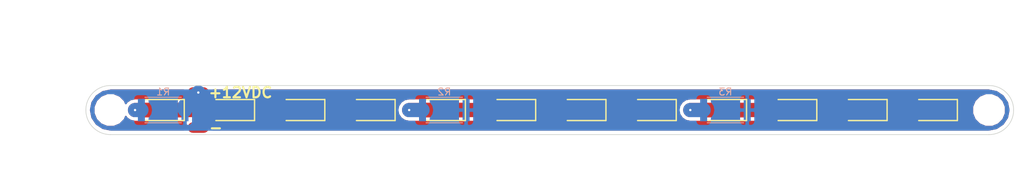
<source format=kicad_pcb>
(kicad_pcb (version 4) (host pcbnew 4.0.6)

  (general
    (links 18)
    (no_connects 0)
    (area 77.269999 111.699999 209.370001 118.800001)
    (thickness 1.6)
    (drawings 14)
    (tracks 21)
    (zones 0)
    (modules 19)
    (nets 15)
  )

  (page USLetter)
  (layers
    (0 F.Cu signal)
    (31 B.Cu signal)
    (34 B.Paste user)
    (35 F.Paste user)
    (36 B.SilkS user)
    (37 F.SilkS user)
    (38 B.Mask user)
    (39 F.Mask user)
    (40 Dwgs.User user)
    (44 Edge.Cuts user)
    (46 B.CrtYd user)
  )

  (setup
    (last_trace_width 2.032)
    (user_trace_width 0.2032)
    (user_trace_width 0.254)
    (user_trace_width 0.3048)
    (user_trace_width 0.4064)
    (user_trace_width 0.6096)
    (user_trace_width 2.032)
    (trace_clearance 0.1524)
    (zone_clearance 0.508)
    (zone_45_only no)
    (trace_min 0.1524)
    (segment_width 0.254)
    (edge_width 0.1)
    (via_size 0.6858)
    (via_drill 0.3302)
    (via_min_size 0.6858)
    (via_min_drill 0.3302)
    (user_via 1 0.5)
    (uvia_size 0.762)
    (uvia_drill 0.508)
    (uvias_allowed no)
    (uvia_min_size 0.508)
    (uvia_min_drill 0.127)
    (pcb_text_width 0.3)
    (pcb_text_size 1.5 1.5)
    (mod_edge_width 0.15)
    (mod_text_size 1 1)
    (mod_text_width 0.15)
    (pad_size 1.6 1.6)
    (pad_drill 0)
    (pad_to_mask_clearance 0)
    (aux_axis_origin 0 0)
    (grid_origin 210.82 95.25)
    (visible_elements 7FFEFFFF)
    (pcbplotparams
      (layerselection 0x010f0_80000000)
      (usegerberextensions true)
      (excludeedgelayer true)
      (linewidth 0.100000)
      (plotframeref false)
      (viasonmask false)
      (mode 1)
      (useauxorigin false)
      (hpglpennumber 1)
      (hpglpenspeed 20)
      (hpglpendiameter 15)
      (hpglpenoverlay 2)
      (psnegative false)
      (psa4output false)
      (plotreference true)
      (plotvalue true)
      (plotinvisibletext false)
      (padsonsilk false)
      (subtractmaskfromsilk false)
      (outputformat 1)
      (mirror false)
      (drillshape 0)
      (scaleselection 1)
      (outputdirectory gerbers/))
  )

  (net 0 "")
  (net 1 GND)
  (net 2 +BATT)
  (net 3 "Net-(D5-Pad2)")
  (net 4 "Net-(D1-Pad2)")
  (net 5 "Net-(D1-Pad1)")
  (net 6 "Net-(D2-Pad1)")
  (net 7 "Net-(D3-Pad1)")
  (net 8 "Net-(D5-Pad1)")
  (net 9 "Net-(D6-Pad1)")
  (net 10 "Net-(D7-Pad1)")
  (net 11 "Net-(D9-Pad2)")
  (net 12 "Net-(D10-Pad2)")
  (net 13 "Net-(D10-Pad1)")
  (net 14 "Net-(D11-Pad1)")

  (net_class Default "This is the default net class."
    (clearance 0.1524)
    (trace_width 0.1524)
    (via_dia 0.6858)
    (via_drill 0.3302)
    (uvia_dia 0.762)
    (uvia_drill 0.508)
    (add_net +BATT)
    (add_net GND)
    (add_net "Net-(D1-Pad1)")
    (add_net "Net-(D1-Pad2)")
    (add_net "Net-(D10-Pad1)")
    (add_net "Net-(D10-Pad2)")
    (add_net "Net-(D11-Pad1)")
    (add_net "Net-(D2-Pad1)")
    (add_net "Net-(D3-Pad1)")
    (add_net "Net-(D5-Pad1)")
    (add_net "Net-(D5-Pad2)")
    (add_net "Net-(D6-Pad1)")
    (add_net "Net-(D7-Pad1)")
    (add_net "Net-(D9-Pad2)")
  )

  (module Wire_Pads:SolderWirePad_single_2mmDrill (layer F.Cu) (tedit 5C8C2F0F) (tstamp 5C8C2F09)
    (at 93.32 112.75 90)
    (path /5C8C5369)
    (fp_text reference P1 (at 0 -3.81 90) (layer F.SilkS) hide
      (effects (font (size 1 1) (thickness 0.15)))
    )
    (fp_text value CONN_01X01 (at -0.635 3.81 90) (layer F.Fab)
      (effects (font (size 1 1) (thickness 0.15)))
    )
    (pad 1 smd oval (at 0 0 90) (size 1.5 3) (layers F.Cu F.Paste F.Mask)
      (net 2 +BATT))
  )

  (module Wire_Pads:SolderWirePad_single_2mmDrill (layer F.Cu) (tedit 5C8C2EF2) (tstamp 5C8C2EB7)
    (at 93.32 117.75 90)
    (path /5C8C56A2)
    (fp_text reference P2 (at 0 -3.81 90) (layer F.SilkS) hide
      (effects (font (size 1 1) (thickness 0.15)))
    )
    (fp_text value CONN_01X01 (at -0.635 3.81 90) (layer F.Fab)
      (effects (font (size 1 1) (thickness 0.15)))
    )
    (pad 1 smd oval (at 0 0 90) (size 1.5 3) (layers F.Cu F.Paste F.Mask)
      (net 1 GND))
  )

  (module Wire_Pads:SolderWirePad_single_2mmDrill (layer F.Cu) (tedit 5C8C2F77) (tstamp 5C8C28F7)
    (at 80.82 115.25)
    (fp_text reference REF** (at 0 -3.81) (layer F.SilkS) hide
      (effects (font (size 1 1) (thickness 0.15)))
    )
    (fp_text value SolderWirePad_single_2mmDrill (at -0.635 3.81) (layer F.Fab)
      (effects (font (size 1 1) (thickness 0.15)))
    )
    (pad "" np_thru_hole circle (at 0 0) (size 3.5 3.5) (drill 3.5) (layers *.Cu *.Mask))
  )

  (module Wire_Pads:SolderWirePad_single_2mmDrill (layer F.Cu) (tedit 5C8C2F6A) (tstamp 5C8C289A)
    (at 205.82 115.25)
    (fp_text reference REF** (at 0 -3.81) (layer F.SilkS) hide
      (effects (font (size 1 1) (thickness 0.15)))
    )
    (fp_text value SolderWirePad_single_2mmDrill (at -0.635 3.81) (layer F.Fab)
      (effects (font (size 1 1) (thickness 0.15)))
    )
    (pad "" np_thru_hole circle (at 0 0) (size 3.5 3.5) (drill 3.5) (layers *.Cu *.Mask))
  )

  (module Resistors_SMD:R_2512 (layer B.Cu) (tedit 58E0A804) (tstamp 5C8C26BA)
    (at 168.32 115.25 180)
    (descr "Resistor SMD 2512, reflow soldering, Vishay (see dcrcw.pdf)")
    (tags "resistor 2512")
    (path /5C8C398A)
    (attr smd)
    (fp_text reference R3 (at 0 2.6 180) (layer B.SilkS)
      (effects (font (size 1 1) (thickness 0.15)) (justify mirror))
    )
    (fp_text value 100 (at 0 -2.75 180) (layer B.Fab)
      (effects (font (size 1 1) (thickness 0.15)) (justify mirror))
    )
    (fp_text user %R (at 0 0 180) (layer B.Fab)
      (effects (font (size 1 1) (thickness 0.15)) (justify mirror))
    )
    (fp_line (start -3.15 -1.6) (end -3.15 1.6) (layer B.Fab) (width 0.1))
    (fp_line (start 3.15 -1.6) (end -3.15 -1.6) (layer B.Fab) (width 0.1))
    (fp_line (start 3.15 1.6) (end 3.15 -1.6) (layer B.Fab) (width 0.1))
    (fp_line (start -3.15 1.6) (end 3.15 1.6) (layer B.Fab) (width 0.1))
    (fp_line (start 2.6 -1.82) (end -2.6 -1.82) (layer B.SilkS) (width 0.12))
    (fp_line (start -2.6 1.82) (end 2.6 1.82) (layer B.SilkS) (width 0.12))
    (fp_line (start -3.85 1.85) (end 3.85 1.85) (layer B.CrtYd) (width 0.05))
    (fp_line (start -3.85 1.85) (end -3.85 -1.85) (layer B.CrtYd) (width 0.05))
    (fp_line (start 3.85 -1.85) (end 3.85 1.85) (layer B.CrtYd) (width 0.05))
    (fp_line (start 3.85 -1.85) (end -3.85 -1.85) (layer B.CrtYd) (width 0.05))
    (pad 1 smd rect (at -3.1 0 180) (size 1 3.2) (layers B.Cu B.Paste B.Mask)
      (net 2 +BATT))
    (pad 2 smd rect (at 3.1 0 180) (size 1 3.2) (layers B.Cu B.Paste B.Mask)
      (net 11 "Net-(D9-Pad2)"))
    (model ${KISYS3DMOD}/Resistors_SMD.3dshapes/R_2512.wrl
      (at (xyz 0 0 0))
      (scale (xyz 1 1 1))
      (rotate (xyz 0 0 0))
    )
  )

  (module footprints:LED-5630 (layer F.Cu) (tedit 5C8C2254) (tstamp 5C8C260C)
    (at 88.32 115.25)
    (descr "LED 1206 smd package")
    (tags "LED1206 SMD")
    (path /5B613BD5)
    (attr smd)
    (fp_text reference D1 (at 2.667 1.778) (layer F.SilkS) hide
      (effects (font (size 1.25 1.25) (thickness 0.3125)))
    )
    (fp_text value LED (at 0 2) (layer F.Fab)
      (effects (font (size 1 1) (thickness 0.15)))
    )
    (fp_line (start -2.5 -1.5) (end 3 -1.5) (layer F.SilkS) (width 0.2))
    (fp_line (start 3 -1.5) (end 3 1.5) (layer F.SilkS) (width 0.2))
    (fp_line (start 3 1.5) (end -2.5 1.5) (layer F.SilkS) (width 0.2))
    (fp_line (start 3 -1) (end -3 -1) (layer F.CrtYd) (width 0.2))
    (fp_line (start 2.5 -1.25) (end -2.5 -1.25) (layer F.CrtYd) (width 0.05))
    (fp_line (start -2.5 -1.25) (end -2.5 1.25) (layer F.CrtYd) (width 0.05))
    (fp_line (start -2.5 1.25) (end 2.5 1.25) (layer F.CrtYd) (width 0.05))
    (fp_line (start 2.5 1.25) (end 2.5 -1.25) (layer F.CrtYd) (width 0.05))
    (pad 1 smd rect (at 1.1 0 180) (size 3.58 2.1) (layers F.Cu F.Paste F.Mask)
      (net 5 "Net-(D1-Pad1)"))
    (pad 2 smd rect (at -2.1 0 180) (size 1.67 2.1) (layers F.Cu F.Paste F.Mask)
      (net 4 "Net-(D1-Pad2)"))
    (model LEDs.3dshapes/LED_1206.wrl
      (at (xyz 0 0 0))
      (scale (xyz 1.5 1.5 1.5))
      (rotate (xyz 0 0 0))
    )
  )

  (module footprints:LED-5630 (layer F.Cu) (tedit 5C8C2254) (tstamp 5C8C2616)
    (at 98.32 115.25)
    (descr "LED 1206 smd package")
    (tags "LED1206 SMD")
    (path /5B613B61)
    (attr smd)
    (fp_text reference D2 (at 2.667 1.778) (layer F.SilkS) hide
      (effects (font (size 1.25 1.25) (thickness 0.3125)))
    )
    (fp_text value LED (at 0 2) (layer F.Fab)
      (effects (font (size 1 1) (thickness 0.15)))
    )
    (fp_line (start -2.5 -1.5) (end 3 -1.5) (layer F.SilkS) (width 0.2))
    (fp_line (start 3 -1.5) (end 3 1.5) (layer F.SilkS) (width 0.2))
    (fp_line (start 3 1.5) (end -2.5 1.5) (layer F.SilkS) (width 0.2))
    (fp_line (start 3 -1) (end -3 -1) (layer F.CrtYd) (width 0.2))
    (fp_line (start 2.5 -1.25) (end -2.5 -1.25) (layer F.CrtYd) (width 0.05))
    (fp_line (start -2.5 -1.25) (end -2.5 1.25) (layer F.CrtYd) (width 0.05))
    (fp_line (start -2.5 1.25) (end 2.5 1.25) (layer F.CrtYd) (width 0.05))
    (fp_line (start 2.5 1.25) (end 2.5 -1.25) (layer F.CrtYd) (width 0.05))
    (pad 1 smd rect (at 1.1 0 180) (size 3.58 2.1) (layers F.Cu F.Paste F.Mask)
      (net 6 "Net-(D2-Pad1)"))
    (pad 2 smd rect (at -2.1 0 180) (size 1.67 2.1) (layers F.Cu F.Paste F.Mask)
      (net 5 "Net-(D1-Pad1)"))
    (model LEDs.3dshapes/LED_1206.wrl
      (at (xyz 0 0 0))
      (scale (xyz 1.5 1.5 1.5))
      (rotate (xyz 0 0 0))
    )
  )

  (module footprints:LED-5630 (layer F.Cu) (tedit 5C8C2254) (tstamp 5C8C2620)
    (at 108.32 115.25)
    (descr "LED 1206 smd package")
    (tags "LED1206 SMD")
    (path /5B6126D8)
    (attr smd)
    (fp_text reference D3 (at 2.667 1.778) (layer F.SilkS) hide
      (effects (font (size 1.25 1.25) (thickness 0.3125)))
    )
    (fp_text value LED (at 0 2) (layer F.Fab)
      (effects (font (size 1 1) (thickness 0.15)))
    )
    (fp_line (start -2.5 -1.5) (end 3 -1.5) (layer F.SilkS) (width 0.2))
    (fp_line (start 3 -1.5) (end 3 1.5) (layer F.SilkS) (width 0.2))
    (fp_line (start 3 1.5) (end -2.5 1.5) (layer F.SilkS) (width 0.2))
    (fp_line (start 3 -1) (end -3 -1) (layer F.CrtYd) (width 0.2))
    (fp_line (start 2.5 -1.25) (end -2.5 -1.25) (layer F.CrtYd) (width 0.05))
    (fp_line (start -2.5 -1.25) (end -2.5 1.25) (layer F.CrtYd) (width 0.05))
    (fp_line (start -2.5 1.25) (end 2.5 1.25) (layer F.CrtYd) (width 0.05))
    (fp_line (start 2.5 1.25) (end 2.5 -1.25) (layer F.CrtYd) (width 0.05))
    (pad 1 smd rect (at 1.1 0 180) (size 3.58 2.1) (layers F.Cu F.Paste F.Mask)
      (net 7 "Net-(D3-Pad1)"))
    (pad 2 smd rect (at -2.1 0 180) (size 1.67 2.1) (layers F.Cu F.Paste F.Mask)
      (net 6 "Net-(D2-Pad1)"))
    (model LEDs.3dshapes/LED_1206.wrl
      (at (xyz 0 0 0))
      (scale (xyz 1.5 1.5 1.5))
      (rotate (xyz 0 0 0))
    )
  )

  (module footprints:LED-5630 (layer F.Cu) (tedit 5C8C2254) (tstamp 5C8C262A)
    (at 118.32 115.25)
    (descr "LED 1206 smd package")
    (tags "LED1206 SMD")
    (path /58C49927)
    (attr smd)
    (fp_text reference D4 (at 2.667 1.778) (layer F.SilkS) hide
      (effects (font (size 1.25 1.25) (thickness 0.3125)))
    )
    (fp_text value LED (at 0 2) (layer F.Fab)
      (effects (font (size 1 1) (thickness 0.15)))
    )
    (fp_line (start -2.5 -1.5) (end 3 -1.5) (layer F.SilkS) (width 0.2))
    (fp_line (start 3 -1.5) (end 3 1.5) (layer F.SilkS) (width 0.2))
    (fp_line (start 3 1.5) (end -2.5 1.5) (layer F.SilkS) (width 0.2))
    (fp_line (start 3 -1) (end -3 -1) (layer F.CrtYd) (width 0.2))
    (fp_line (start 2.5 -1.25) (end -2.5 -1.25) (layer F.CrtYd) (width 0.05))
    (fp_line (start -2.5 -1.25) (end -2.5 1.25) (layer F.CrtYd) (width 0.05))
    (fp_line (start -2.5 1.25) (end 2.5 1.25) (layer F.CrtYd) (width 0.05))
    (fp_line (start 2.5 1.25) (end 2.5 -1.25) (layer F.CrtYd) (width 0.05))
    (pad 1 smd rect (at 1.1 0 180) (size 3.58 2.1) (layers F.Cu F.Paste F.Mask)
      (net 1 GND))
    (pad 2 smd rect (at -2.1 0 180) (size 1.67 2.1) (layers F.Cu F.Paste F.Mask)
      (net 7 "Net-(D3-Pad1)"))
    (model LEDs.3dshapes/LED_1206.wrl
      (at (xyz 0 0 0))
      (scale (xyz 1.5 1.5 1.5))
      (rotate (xyz 0 0 0))
    )
  )

  (module footprints:LED-5630 (layer F.Cu) (tedit 5C8C2254) (tstamp 5C8C2634)
    (at 128.32 115.25)
    (descr "LED 1206 smd package")
    (tags "LED1206 SMD")
    (path /58D338E3)
    (attr smd)
    (fp_text reference D5 (at 2.667 1.778) (layer F.SilkS) hide
      (effects (font (size 1.25 1.25) (thickness 0.3125)))
    )
    (fp_text value LED (at 0 2) (layer F.Fab)
      (effects (font (size 1 1) (thickness 0.15)))
    )
    (fp_line (start -2.5 -1.5) (end 3 -1.5) (layer F.SilkS) (width 0.2))
    (fp_line (start 3 -1.5) (end 3 1.5) (layer F.SilkS) (width 0.2))
    (fp_line (start 3 1.5) (end -2.5 1.5) (layer F.SilkS) (width 0.2))
    (fp_line (start 3 -1) (end -3 -1) (layer F.CrtYd) (width 0.2))
    (fp_line (start 2.5 -1.25) (end -2.5 -1.25) (layer F.CrtYd) (width 0.05))
    (fp_line (start -2.5 -1.25) (end -2.5 1.25) (layer F.CrtYd) (width 0.05))
    (fp_line (start -2.5 1.25) (end 2.5 1.25) (layer F.CrtYd) (width 0.05))
    (fp_line (start 2.5 1.25) (end 2.5 -1.25) (layer F.CrtYd) (width 0.05))
    (pad 1 smd rect (at 1.1 0 180) (size 3.58 2.1) (layers F.Cu F.Paste F.Mask)
      (net 8 "Net-(D5-Pad1)"))
    (pad 2 smd rect (at -2.1 0 180) (size 1.67 2.1) (layers F.Cu F.Paste F.Mask)
      (net 3 "Net-(D5-Pad2)"))
    (model LEDs.3dshapes/LED_1206.wrl
      (at (xyz 0 0 0))
      (scale (xyz 1.5 1.5 1.5))
      (rotate (xyz 0 0 0))
    )
  )

  (module footprints:LED-5630 (layer F.Cu) (tedit 5C8C2254) (tstamp 5C8C263E)
    (at 138.32 115.25)
    (descr "LED 1206 smd package")
    (tags "LED1206 SMD")
    (path /58D33940)
    (attr smd)
    (fp_text reference D6 (at 2.667 1.778) (layer F.SilkS) hide
      (effects (font (size 1.25 1.25) (thickness 0.3125)))
    )
    (fp_text value LED (at 0 2) (layer F.Fab)
      (effects (font (size 1 1) (thickness 0.15)))
    )
    (fp_line (start -2.5 -1.5) (end 3 -1.5) (layer F.SilkS) (width 0.2))
    (fp_line (start 3 -1.5) (end 3 1.5) (layer F.SilkS) (width 0.2))
    (fp_line (start 3 1.5) (end -2.5 1.5) (layer F.SilkS) (width 0.2))
    (fp_line (start 3 -1) (end -3 -1) (layer F.CrtYd) (width 0.2))
    (fp_line (start 2.5 -1.25) (end -2.5 -1.25) (layer F.CrtYd) (width 0.05))
    (fp_line (start -2.5 -1.25) (end -2.5 1.25) (layer F.CrtYd) (width 0.05))
    (fp_line (start -2.5 1.25) (end 2.5 1.25) (layer F.CrtYd) (width 0.05))
    (fp_line (start 2.5 1.25) (end 2.5 -1.25) (layer F.CrtYd) (width 0.05))
    (pad 1 smd rect (at 1.1 0 180) (size 3.58 2.1) (layers F.Cu F.Paste F.Mask)
      (net 9 "Net-(D6-Pad1)"))
    (pad 2 smd rect (at -2.1 0 180) (size 1.67 2.1) (layers F.Cu F.Paste F.Mask)
      (net 8 "Net-(D5-Pad1)"))
    (model LEDs.3dshapes/LED_1206.wrl
      (at (xyz 0 0 0))
      (scale (xyz 1.5 1.5 1.5))
      (rotate (xyz 0 0 0))
    )
  )

  (module footprints:LED-5630 (layer F.Cu) (tedit 5C8C2254) (tstamp 5C8C2648)
    (at 148.32 115.25)
    (descr "LED 1206 smd package")
    (tags "LED1206 SMD")
    (path /58D34030)
    (attr smd)
    (fp_text reference D7 (at 2.667 1.778) (layer F.SilkS) hide
      (effects (font (size 1.25 1.25) (thickness 0.3125)))
    )
    (fp_text value LED (at 0 2) (layer F.Fab)
      (effects (font (size 1 1) (thickness 0.15)))
    )
    (fp_line (start -2.5 -1.5) (end 3 -1.5) (layer F.SilkS) (width 0.2))
    (fp_line (start 3 -1.5) (end 3 1.5) (layer F.SilkS) (width 0.2))
    (fp_line (start 3 1.5) (end -2.5 1.5) (layer F.SilkS) (width 0.2))
    (fp_line (start 3 -1) (end -3 -1) (layer F.CrtYd) (width 0.2))
    (fp_line (start 2.5 -1.25) (end -2.5 -1.25) (layer F.CrtYd) (width 0.05))
    (fp_line (start -2.5 -1.25) (end -2.5 1.25) (layer F.CrtYd) (width 0.05))
    (fp_line (start -2.5 1.25) (end 2.5 1.25) (layer F.CrtYd) (width 0.05))
    (fp_line (start 2.5 1.25) (end 2.5 -1.25) (layer F.CrtYd) (width 0.05))
    (pad 1 smd rect (at 1.1 0 180) (size 3.58 2.1) (layers F.Cu F.Paste F.Mask)
      (net 10 "Net-(D7-Pad1)"))
    (pad 2 smd rect (at -2.1 0 180) (size 1.67 2.1) (layers F.Cu F.Paste F.Mask)
      (net 9 "Net-(D6-Pad1)"))
    (model LEDs.3dshapes/LED_1206.wrl
      (at (xyz 0 0 0))
      (scale (xyz 1.5 1.5 1.5))
      (rotate (xyz 0 0 0))
    )
  )

  (module footprints:LED-5630 (layer F.Cu) (tedit 5C8C2254) (tstamp 5C8C2652)
    (at 158.32 115.25)
    (descr "LED 1206 smd package")
    (tags "LED1206 SMD")
    (path /58DDCAFF)
    (attr smd)
    (fp_text reference D8 (at 2.667 1.778) (layer F.SilkS) hide
      (effects (font (size 1.25 1.25) (thickness 0.3125)))
    )
    (fp_text value LED (at 0 2) (layer F.Fab)
      (effects (font (size 1 1) (thickness 0.15)))
    )
    (fp_line (start -2.5 -1.5) (end 3 -1.5) (layer F.SilkS) (width 0.2))
    (fp_line (start 3 -1.5) (end 3 1.5) (layer F.SilkS) (width 0.2))
    (fp_line (start 3 1.5) (end -2.5 1.5) (layer F.SilkS) (width 0.2))
    (fp_line (start 3 -1) (end -3 -1) (layer F.CrtYd) (width 0.2))
    (fp_line (start 2.5 -1.25) (end -2.5 -1.25) (layer F.CrtYd) (width 0.05))
    (fp_line (start -2.5 -1.25) (end -2.5 1.25) (layer F.CrtYd) (width 0.05))
    (fp_line (start -2.5 1.25) (end 2.5 1.25) (layer F.CrtYd) (width 0.05))
    (fp_line (start 2.5 1.25) (end 2.5 -1.25) (layer F.CrtYd) (width 0.05))
    (pad 1 smd rect (at 1.1 0 180) (size 3.58 2.1) (layers F.Cu F.Paste F.Mask)
      (net 1 GND))
    (pad 2 smd rect (at -2.1 0 180) (size 1.67 2.1) (layers F.Cu F.Paste F.Mask)
      (net 10 "Net-(D7-Pad1)"))
    (model LEDs.3dshapes/LED_1206.wrl
      (at (xyz 0 0 0))
      (scale (xyz 1.5 1.5 1.5))
      (rotate (xyz 0 0 0))
    )
  )

  (module footprints:LED-5630 (layer F.Cu) (tedit 5C8C2254) (tstamp 5C8C265C)
    (at 168.32 115.25)
    (descr "LED 1206 smd package")
    (tags "LED1206 SMD")
    (path /5C8C3984)
    (attr smd)
    (fp_text reference D9 (at 2.667 1.778) (layer F.SilkS) hide
      (effects (font (size 1.25 1.25) (thickness 0.3125)))
    )
    (fp_text value LED (at 0 2) (layer F.Fab)
      (effects (font (size 1 1) (thickness 0.15)))
    )
    (fp_line (start -2.5 -1.5) (end 3 -1.5) (layer F.SilkS) (width 0.2))
    (fp_line (start 3 -1.5) (end 3 1.5) (layer F.SilkS) (width 0.2))
    (fp_line (start 3 1.5) (end -2.5 1.5) (layer F.SilkS) (width 0.2))
    (fp_line (start 3 -1) (end -3 -1) (layer F.CrtYd) (width 0.2))
    (fp_line (start 2.5 -1.25) (end -2.5 -1.25) (layer F.CrtYd) (width 0.05))
    (fp_line (start -2.5 -1.25) (end -2.5 1.25) (layer F.CrtYd) (width 0.05))
    (fp_line (start -2.5 1.25) (end 2.5 1.25) (layer F.CrtYd) (width 0.05))
    (fp_line (start 2.5 1.25) (end 2.5 -1.25) (layer F.CrtYd) (width 0.05))
    (pad 1 smd rect (at 1.1 0 180) (size 3.58 2.1) (layers F.Cu F.Paste F.Mask)
      (net 12 "Net-(D10-Pad2)"))
    (pad 2 smd rect (at -2.1 0 180) (size 1.67 2.1) (layers F.Cu F.Paste F.Mask)
      (net 11 "Net-(D9-Pad2)"))
    (model LEDs.3dshapes/LED_1206.wrl
      (at (xyz 0 0 0))
      (scale (xyz 1.5 1.5 1.5))
      (rotate (xyz 0 0 0))
    )
  )

  (module footprints:LED-5630 (layer F.Cu) (tedit 5C8C2254) (tstamp 5C8C2666)
    (at 178.32 115.25)
    (descr "LED 1206 smd package")
    (tags "LED1206 SMD")
    (path /5C8C3960)
    (attr smd)
    (fp_text reference D10 (at 2.667 1.778) (layer F.SilkS) hide
      (effects (font (size 1.25 1.25) (thickness 0.3125)))
    )
    (fp_text value LED (at 0 2) (layer F.Fab)
      (effects (font (size 1 1) (thickness 0.15)))
    )
    (fp_line (start -2.5 -1.5) (end 3 -1.5) (layer F.SilkS) (width 0.2))
    (fp_line (start 3 -1.5) (end 3 1.5) (layer F.SilkS) (width 0.2))
    (fp_line (start 3 1.5) (end -2.5 1.5) (layer F.SilkS) (width 0.2))
    (fp_line (start 3 -1) (end -3 -1) (layer F.CrtYd) (width 0.2))
    (fp_line (start 2.5 -1.25) (end -2.5 -1.25) (layer F.CrtYd) (width 0.05))
    (fp_line (start -2.5 -1.25) (end -2.5 1.25) (layer F.CrtYd) (width 0.05))
    (fp_line (start -2.5 1.25) (end 2.5 1.25) (layer F.CrtYd) (width 0.05))
    (fp_line (start 2.5 1.25) (end 2.5 -1.25) (layer F.CrtYd) (width 0.05))
    (pad 1 smd rect (at 1.1 0 180) (size 3.58 2.1) (layers F.Cu F.Paste F.Mask)
      (net 13 "Net-(D10-Pad1)"))
    (pad 2 smd rect (at -2.1 0 180) (size 1.67 2.1) (layers F.Cu F.Paste F.Mask)
      (net 12 "Net-(D10-Pad2)"))
    (model LEDs.3dshapes/LED_1206.wrl
      (at (xyz 0 0 0))
      (scale (xyz 1.5 1.5 1.5))
      (rotate (xyz 0 0 0))
    )
  )

  (module footprints:LED-5630 (layer F.Cu) (tedit 5C8C2254) (tstamp 5C8C2670)
    (at 188.32 115.25)
    (descr "LED 1206 smd package")
    (tags "LED1206 SMD")
    (path /5C8C397E)
    (attr smd)
    (fp_text reference D11 (at 2.667 1.778) (layer F.SilkS) hide
      (effects (font (size 1.25 1.25) (thickness 0.3125)))
    )
    (fp_text value LED (at 0 2) (layer F.Fab)
      (effects (font (size 1 1) (thickness 0.15)))
    )
    (fp_line (start -2.5 -1.5) (end 3 -1.5) (layer F.SilkS) (width 0.2))
    (fp_line (start 3 -1.5) (end 3 1.5) (layer F.SilkS) (width 0.2))
    (fp_line (start 3 1.5) (end -2.5 1.5) (layer F.SilkS) (width 0.2))
    (fp_line (start 3 -1) (end -3 -1) (layer F.CrtYd) (width 0.2))
    (fp_line (start 2.5 -1.25) (end -2.5 -1.25) (layer F.CrtYd) (width 0.05))
    (fp_line (start -2.5 -1.25) (end -2.5 1.25) (layer F.CrtYd) (width 0.05))
    (fp_line (start -2.5 1.25) (end 2.5 1.25) (layer F.CrtYd) (width 0.05))
    (fp_line (start 2.5 1.25) (end 2.5 -1.25) (layer F.CrtYd) (width 0.05))
    (pad 1 smd rect (at 1.1 0 180) (size 3.58 2.1) (layers F.Cu F.Paste F.Mask)
      (net 14 "Net-(D11-Pad1)"))
    (pad 2 smd rect (at -2.1 0 180) (size 1.67 2.1) (layers F.Cu F.Paste F.Mask)
      (net 13 "Net-(D10-Pad1)"))
    (model LEDs.3dshapes/LED_1206.wrl
      (at (xyz 0 0 0))
      (scale (xyz 1.5 1.5 1.5))
      (rotate (xyz 0 0 0))
    )
  )

  (module footprints:LED-5630 (layer F.Cu) (tedit 5C8C2254) (tstamp 5C8C267A)
    (at 198.32 115.25)
    (descr "LED 1206 smd package")
    (tags "LED1206 SMD")
    (path /5C8C3990)
    (attr smd)
    (fp_text reference D12 (at 2.667 1.778) (layer F.SilkS) hide
      (effects (font (size 1.25 1.25) (thickness 0.3125)))
    )
    (fp_text value LED (at 0 2) (layer F.Fab)
      (effects (font (size 1 1) (thickness 0.15)))
    )
    (fp_line (start -2.5 -1.5) (end 3 -1.5) (layer F.SilkS) (width 0.2))
    (fp_line (start 3 -1.5) (end 3 1.5) (layer F.SilkS) (width 0.2))
    (fp_line (start 3 1.5) (end -2.5 1.5) (layer F.SilkS) (width 0.2))
    (fp_line (start 3 -1) (end -3 -1) (layer F.CrtYd) (width 0.2))
    (fp_line (start 2.5 -1.25) (end -2.5 -1.25) (layer F.CrtYd) (width 0.05))
    (fp_line (start -2.5 -1.25) (end -2.5 1.25) (layer F.CrtYd) (width 0.05))
    (fp_line (start -2.5 1.25) (end 2.5 1.25) (layer F.CrtYd) (width 0.05))
    (fp_line (start 2.5 1.25) (end 2.5 -1.25) (layer F.CrtYd) (width 0.05))
    (pad 1 smd rect (at 1.1 0 180) (size 3.58 2.1) (layers F.Cu F.Paste F.Mask)
      (net 1 GND))
    (pad 2 smd rect (at -2.1 0 180) (size 1.67 2.1) (layers F.Cu F.Paste F.Mask)
      (net 14 "Net-(D11-Pad1)"))
    (model LEDs.3dshapes/LED_1206.wrl
      (at (xyz 0 0 0))
      (scale (xyz 1.5 1.5 1.5))
      (rotate (xyz 0 0 0))
    )
  )

  (module Resistors_SMD:R_2512 (layer B.Cu) (tedit 58E0A804) (tstamp 5C8C26AE)
    (at 88.32 115.25 180)
    (descr "Resistor SMD 2512, reflow soldering, Vishay (see dcrcw.pdf)")
    (tags "resistor 2512")
    (path /5B613D54)
    (attr smd)
    (fp_text reference R1 (at 0 2.6 180) (layer B.SilkS)
      (effects (font (size 1 1) (thickness 0.15)) (justify mirror))
    )
    (fp_text value 100 (at 0 -2.75 180) (layer B.Fab)
      (effects (font (size 1 1) (thickness 0.15)) (justify mirror))
    )
    (fp_text user %R (at 0 0 180) (layer B.Fab)
      (effects (font (size 1 1) (thickness 0.15)) (justify mirror))
    )
    (fp_line (start -3.15 -1.6) (end -3.15 1.6) (layer B.Fab) (width 0.1))
    (fp_line (start 3.15 -1.6) (end -3.15 -1.6) (layer B.Fab) (width 0.1))
    (fp_line (start 3.15 1.6) (end 3.15 -1.6) (layer B.Fab) (width 0.1))
    (fp_line (start -3.15 1.6) (end 3.15 1.6) (layer B.Fab) (width 0.1))
    (fp_line (start 2.6 -1.82) (end -2.6 -1.82) (layer B.SilkS) (width 0.12))
    (fp_line (start -2.6 1.82) (end 2.6 1.82) (layer B.SilkS) (width 0.12))
    (fp_line (start -3.85 1.85) (end 3.85 1.85) (layer B.CrtYd) (width 0.05))
    (fp_line (start -3.85 1.85) (end -3.85 -1.85) (layer B.CrtYd) (width 0.05))
    (fp_line (start 3.85 -1.85) (end 3.85 1.85) (layer B.CrtYd) (width 0.05))
    (fp_line (start 3.85 -1.85) (end -3.85 -1.85) (layer B.CrtYd) (width 0.05))
    (pad 1 smd rect (at -3.1 0 180) (size 1 3.2) (layers B.Cu B.Paste B.Mask)
      (net 2 +BATT))
    (pad 2 smd rect (at 3.1 0 180) (size 1 3.2) (layers B.Cu B.Paste B.Mask)
      (net 4 "Net-(D1-Pad2)"))
    (model ${KISYS3DMOD}/Resistors_SMD.3dshapes/R_2512.wrl
      (at (xyz 0 0 0))
      (scale (xyz 1 1 1))
      (rotate (xyz 0 0 0))
    )
  )

  (module Resistors_SMD:R_2512 (layer B.Cu) (tedit 58E0A804) (tstamp 5C8C26B4)
    (at 128.32 115.25 180)
    (descr "Resistor SMD 2512, reflow soldering, Vishay (see dcrcw.pdf)")
    (tags "resistor 2512")
    (path /58DDCB43)
    (attr smd)
    (fp_text reference R2 (at 0 2.6 180) (layer B.SilkS)
      (effects (font (size 1 1) (thickness 0.15)) (justify mirror))
    )
    (fp_text value 100 (at 0 -2.75 180) (layer B.Fab)
      (effects (font (size 1 1) (thickness 0.15)) (justify mirror))
    )
    (fp_text user %R (at 0 0 180) (layer B.Fab)
      (effects (font (size 1 1) (thickness 0.15)) (justify mirror))
    )
    (fp_line (start -3.15 -1.6) (end -3.15 1.6) (layer B.Fab) (width 0.1))
    (fp_line (start 3.15 -1.6) (end -3.15 -1.6) (layer B.Fab) (width 0.1))
    (fp_line (start 3.15 1.6) (end 3.15 -1.6) (layer B.Fab) (width 0.1))
    (fp_line (start -3.15 1.6) (end 3.15 1.6) (layer B.Fab) (width 0.1))
    (fp_line (start 2.6 -1.82) (end -2.6 -1.82) (layer B.SilkS) (width 0.12))
    (fp_line (start -2.6 1.82) (end 2.6 1.82) (layer B.SilkS) (width 0.12))
    (fp_line (start -3.85 1.85) (end 3.85 1.85) (layer B.CrtYd) (width 0.05))
    (fp_line (start -3.85 1.85) (end -3.85 -1.85) (layer B.CrtYd) (width 0.05))
    (fp_line (start 3.85 -1.85) (end 3.85 1.85) (layer B.CrtYd) (width 0.05))
    (fp_line (start 3.85 -1.85) (end -3.85 -1.85) (layer B.CrtYd) (width 0.05))
    (pad 1 smd rect (at -3.1 0 180) (size 1 3.2) (layers B.Cu B.Paste B.Mask)
      (net 2 +BATT))
    (pad 2 smd rect (at 3.1 0 180) (size 1 3.2) (layers B.Cu B.Paste B.Mask)
      (net 3 "Net-(D5-Pad2)"))
    (model ${KISYS3DMOD}/Resistors_SMD.3dshapes/R_2512.wrl
      (at (xyz 0 0 0))
      (scale (xyz 1 1 1))
      (rotate (xyz 0 0 0))
    )
  )

  (dimension 10 (width 0.25) (layer Dwgs.User)
    (gr_text "10.0 mm" (at 93.32 108.9) (layer Dwgs.User)
      (effects (font (size 1 1) (thickness 0.25)))
    )
    (feature1 (pts (xy 98.32 115.25) (xy 98.32 107.55)))
    (feature2 (pts (xy 88.32 115.25) (xy 88.32 107.55)))
    (crossbar (pts (xy 88.32 110.25) (xy 98.32 110.25)))
    (arrow1a (pts (xy 98.32 110.25) (xy 97.193496 110.836421)))
    (arrow1b (pts (xy 98.32 110.25) (xy 97.193496 109.663579)))
    (arrow2a (pts (xy 88.32 110.25) (xy 89.446504 110.836421)))
    (arrow2b (pts (xy 88.32 110.25) (xy 89.446504 109.663579)))
  )
  (dimension 7 (width 0.25) (layer Dwgs.User)
    (gr_text "7.0 mm" (at 68.97 115.25 90) (layer Dwgs.User)
      (effects (font (size 1 1) (thickness 0.25)))
    )
    (feature1 (pts (xy 79.32 111.75) (xy 67.62 111.75)))
    (feature2 (pts (xy 79.32 118.75) (xy 67.62 118.75)))
    (crossbar (pts (xy 70.32 118.75) (xy 70.32 111.75)))
    (arrow1a (pts (xy 70.32 111.75) (xy 70.906421 112.876504)))
    (arrow1b (pts (xy 70.32 111.75) (xy 69.733579 112.876504)))
    (arrow2a (pts (xy 70.32 118.75) (xy 70.906421 117.623496)))
    (arrow2b (pts (xy 70.32 118.75) (xy 69.733579 117.623496)))
  )
  (dimension 125 (width 0.3) (layer Dwgs.User)
    (gr_text "125.0 mm" (at 143.32 124.6) (layer Dwgs.User)
      (effects (font (size 1.5 1.5) (thickness 0.3)))
    )
    (feature1 (pts (xy 205.82 115.25) (xy 205.82 125.95)))
    (feature2 (pts (xy 80.82 115.25) (xy 80.82 125.95)))
    (crossbar (pts (xy 80.82 123.25) (xy 205.82 123.25)))
    (arrow1a (pts (xy 205.82 123.25) (xy 204.693496 123.836421)))
    (arrow1b (pts (xy 205.82 123.25) (xy 204.693496 122.663579)))
    (arrow2a (pts (xy 80.82 123.25) (xy 81.946504 123.836421)))
    (arrow2b (pts (xy 80.82 123.25) (xy 81.946504 122.663579)))
  )
  (dimension 132 (width 0.3) (layer Dwgs.User)
    (gr_text "132.0 mm" (at 143.32 101.4) (layer Dwgs.User)
      (effects (font (size 1.5 1.5) (thickness 0.3)))
    )
    (feature1 (pts (xy 209.32 115.25) (xy 209.32 100.05)))
    (feature2 (pts (xy 77.32 115.25) (xy 77.32 100.05)))
    (crossbar (pts (xy 77.32 102.75) (xy 209.32 102.75)))
    (arrow1a (pts (xy 209.32 102.75) (xy 208.193496 103.336421)))
    (arrow1b (pts (xy 209.32 102.75) (xy 208.193496 102.163579)))
    (arrow2a (pts (xy 77.32 102.75) (xy 78.446504 103.336421)))
    (arrow2b (pts (xy 77.32 102.75) (xy 78.446504 102.163579)))
  )
  (gr_line (start 205.82 118.75) (end 80.82 118.75) (angle 90) (layer Edge.Cuts) (width 0.1))
  (gr_line (start 80.82 111.75) (end 205.82 111.75) (angle 90) (layer Edge.Cuts) (width 0.1))
  (gr_arc (start 80.82 115.25) (end 80.82 118.75) (angle 90) (layer Edge.Cuts) (width 0.1))
  (gr_arc (start 80.82 115.25) (end 77.32 115.25) (angle 90) (layer Edge.Cuts) (width 0.1))
  (dimension 7.5 (width 0.25) (layer Dwgs.User)
    (gr_text "7.5 mm" (at 84.57 108.9) (layer Dwgs.User)
      (effects (font (size 1 1) (thickness 0.25)))
    )
    (feature1 (pts (xy 80.82 115.25) (xy 80.82 107.55)))
    (feature2 (pts (xy 88.32 115.25) (xy 88.32 107.55)))
    (crossbar (pts (xy 88.32 110.25) (xy 80.82 110.25)))
    (arrow1a (pts (xy 80.82 110.25) (xy 81.946504 109.663579)))
    (arrow1b (pts (xy 80.82 110.25) (xy 81.946504 110.836421)))
    (arrow2a (pts (xy 88.32 110.25) (xy 87.193496 109.663579)))
    (arrow2b (pts (xy 88.32 110.25) (xy 87.193496 110.836421)))
  )
  (dimension 7.5 (width 0.25) (layer Dwgs.User)
    (gr_text "7.5 mm" (at 202.07 106.4) (layer Dwgs.User)
      (effects (font (size 1 1) (thickness 0.25)))
    )
    (feature1 (pts (xy 198.32 115.25) (xy 198.32 105.05)))
    (feature2 (pts (xy 205.82 115.25) (xy 205.82 105.05)))
    (crossbar (pts (xy 205.82 107.75) (xy 198.32 107.75)))
    (arrow1a (pts (xy 198.32 107.75) (xy 199.446504 107.163579)))
    (arrow1b (pts (xy 198.32 107.75) (xy 199.446504 108.336421)))
    (arrow2a (pts (xy 205.82 107.75) (xy 204.693496 107.163579)))
    (arrow2b (pts (xy 205.82 107.75) (xy 204.693496 108.336421)))
  )
  (gr_text - (at 95.82 117.75) (layer F.SilkS)
    (effects (font (size 1.5 1.5) (thickness 0.3)))
  )
  (gr_text +12VDC (at 99.32 112.75) (layer F.SilkS)
    (effects (font (size 1.5 1.5) (thickness 0.3)))
  )
  (gr_arc (start 205.82 115.25) (end 209.32 115.25) (angle 90) (layer Edge.Cuts) (width 0.1))
  (gr_arc (start 205.82 115.25) (end 205.82 111.75) (angle 90) (layer Edge.Cuts) (width 0.1))

  (via (at 93.32 112.75) (size 0.6858) (drill 0.3302) (layers F.Cu B.Cu) (net 2))
  (segment (start 93.32 112.75) (end 91.42 114.65) (width 2.032) (layer B.Cu) (net 2) (tstamp 5C8C32AC))
  (segment (start 91.42 114.65) (end 91.42 115.25) (width 2.032) (layer B.Cu) (net 2) (tstamp 5C8C32AD))
  (segment (start 126.22 115.25) (end 123.32 115.25) (width 2.032) (layer F.Cu) (net 3))
  (segment (start 123.32 115.25) (end 125.22 115.25) (width 2.032) (layer B.Cu) (net 3) (tstamp 5C8C286A))
  (via (at 123.32 115.25) (size 0.6858) (drill 0.3302) (layers F.Cu B.Cu) (net 3))
  (segment (start 85.22 115.25) (end 84.32 115.25) (width 2.032) (layer B.Cu) (net 4))
  (segment (start 84.32 115.25) (end 86.22 115.25) (width 2.032) (layer F.Cu) (net 4) (tstamp 5C8C32D1))
  (via (at 84.32 115.25) (size 0.6858) (drill 0.3302) (layers F.Cu B.Cu) (net 4))
  (segment (start 89.42 115.25) (end 96.22 115.25) (width 2.032) (layer F.Cu) (net 5))
  (segment (start 99.42 115.25) (end 106.22 115.25) (width 2.032) (layer F.Cu) (net 6))
  (segment (start 109.42 115.25) (end 116.22 115.25) (width 2.032) (layer F.Cu) (net 7))
  (segment (start 129.42 115.25) (end 136.22 115.25) (width 2.032) (layer F.Cu) (net 8))
  (segment (start 139.42 115.25) (end 146.22 115.25) (width 2.032) (layer F.Cu) (net 9))
  (segment (start 149.42 115.25) (end 156.22 115.25) (width 2.032) (layer F.Cu) (net 10))
  (segment (start 166.22 115.25) (end 163.32 115.25) (width 2.032) (layer F.Cu) (net 11))
  (segment (start 163.32 115.25) (end 165.22 115.25) (width 2.032) (layer B.Cu) (net 11) (tstamp 5C8C286F))
  (via (at 163.32 115.25) (size 0.6858) (drill 0.3302) (layers F.Cu B.Cu) (net 11))
  (segment (start 169.42 115.25) (end 176.22 115.25) (width 2.032) (layer F.Cu) (net 12))
  (segment (start 179.42 115.25) (end 186.22 115.25) (width 2.032) (layer F.Cu) (net 13))
  (segment (start 189.42 115.25) (end 196.22 115.25) (width 2.032) (layer F.Cu) (net 14))

  (zone (net 1) (net_name GND) (layer F.Cu) (tstamp 5C8C2979) (hatch edge 0.508)
    (connect_pads (clearance 0.508))
    (min_thickness 0.254)
    (fill yes (arc_segments 16) (thermal_gap 0.508) (thermal_bridge_width 0.508))
    (polygon
      (pts
        (xy 209.82 119.25) (xy 74.82 119.25) (xy 74.82 111.25) (xy 209.82 111.25)
      )
    )
    (filled_polygon
      (pts
        (xy 91.143173 112.75) (xy 91.2486 113.280017) (xy 91.461738 113.599) (xy 91.439328 113.599) (xy 91.21 113.55256)
        (xy 87.63 113.55256) (xy 87.394683 113.596838) (xy 87.344397 113.629196) (xy 87.30689 113.603569) (xy 87.055 113.55256)
        (xy 85.385 113.55256) (xy 85.149683 113.596838) (xy 85.146323 113.599) (xy 84.32 113.599) (xy 83.68819 113.724675)
        (xy 83.152567 114.082567) (xy 83.007752 114.299298) (xy 82.843084 113.900771) (xy 82.172758 113.229274) (xy 81.296487 112.865415)
        (xy 80.347675 112.864587) (xy 79.470771 113.226916) (xy 78.799274 113.897242) (xy 78.435415 114.773513) (xy 78.434587 115.722325)
        (xy 78.796916 116.599229) (xy 79.467242 117.270726) (xy 80.343513 117.634585) (xy 81.292325 117.635413) (xy 82.169229 117.273084)
        (xy 82.840726 116.602758) (xy 83.007704 116.20063) (xy 83.152567 116.417433) (xy 83.68819 116.775325) (xy 84.32 116.901)
        (xy 85.155672 116.901) (xy 85.385 116.94744) (xy 87.055 116.94744) (xy 87.290317 116.903162) (xy 87.340603 116.870804)
        (xy 87.37811 116.896431) (xy 87.63 116.94744) (xy 91.21 116.94744) (xy 91.445317 116.903162) (xy 91.448677 116.901)
        (xy 91.478834 116.901) (xy 91.241827 117.337316) (xy 91.227682 117.408815) (xy 91.350344 117.623) (xy 93.193 117.623)
        (xy 93.193 117.603) (xy 93.447 117.603) (xy 93.447 117.623) (xy 95.289656 117.623) (xy 95.412318 117.408815)
        (xy 95.398173 117.337316) (xy 95.161845 116.90225) (xy 95.385 116.94744) (xy 97.055 116.94744) (xy 97.290317 116.903162)
        (xy 97.340603 116.870804) (xy 97.37811 116.896431) (xy 97.63 116.94744) (xy 101.21 116.94744) (xy 101.445317 116.903162)
        (xy 101.448677 116.901) (xy 105.155672 116.901) (xy 105.385 116.94744) (xy 107.055 116.94744) (xy 107.290317 116.903162)
        (xy 107.340603 116.870804) (xy 107.37811 116.896431) (xy 107.63 116.94744) (xy 111.21 116.94744) (xy 111.445317 116.903162)
        (xy 111.448677 116.901) (xy 115.155672 116.901) (xy 115.385 116.94744) (xy 117.055 116.94744) (xy 117.290317 116.903162)
        (xy 117.343777 116.868761) (xy 117.503691 116.935) (xy 119.13425 116.935) (xy 119.293 116.77625) (xy 119.293 115.377)
        (xy 119.273 115.377) (xy 119.273 115.123) (xy 119.293 115.123) (xy 119.293 113.72375) (xy 119.547 113.72375)
        (xy 119.547 115.123) (xy 119.567 115.123) (xy 119.567 115.377) (xy 119.547 115.377) (xy 119.547 116.77625)
        (xy 119.70575 116.935) (xy 121.336309 116.935) (xy 121.569698 116.838327) (xy 121.748327 116.659699) (xy 121.845 116.42631)
        (xy 121.845 115.957127) (xy 122.152567 116.417433) (xy 122.68819 116.775325) (xy 123.32 116.901) (xy 125.155672 116.901)
        (xy 125.385 116.94744) (xy 127.055 116.94744) (xy 127.290317 116.903162) (xy 127.340603 116.870804) (xy 127.37811 116.896431)
        (xy 127.63 116.94744) (xy 131.21 116.94744) (xy 131.445317 116.903162) (xy 131.448677 116.901) (xy 135.155672 116.901)
        (xy 135.385 116.94744) (xy 137.055 116.94744) (xy 137.290317 116.903162) (xy 137.340603 116.870804) (xy 137.37811 116.896431)
        (xy 137.63 116.94744) (xy 141.21 116.94744) (xy 141.445317 116.903162) (xy 141.448677 116.901) (xy 145.155672 116.901)
        (xy 145.385 116.94744) (xy 147.055 116.94744) (xy 147.290317 116.903162) (xy 147.340603 116.870804) (xy 147.37811 116.896431)
        (xy 147.63 116.94744) (xy 151.21 116.94744) (xy 151.445317 116.903162) (xy 151.448677 116.901) (xy 155.155672 116.901)
        (xy 155.385 116.94744) (xy 157.055 116.94744) (xy 157.290317 116.903162) (xy 157.343777 116.868761) (xy 157.503691 116.935)
        (xy 159.13425 116.935) (xy 159.293 116.77625) (xy 159.293 115.377) (xy 159.273 115.377) (xy 159.273 115.123)
        (xy 159.293 115.123) (xy 159.293 113.72375) (xy 159.547 113.72375) (xy 159.547 115.123) (xy 159.567 115.123)
        (xy 159.567 115.377) (xy 159.547 115.377) (xy 159.547 116.77625) (xy 159.70575 116.935) (xy 161.336309 116.935)
        (xy 161.569698 116.838327) (xy 161.748327 116.659699) (xy 161.845 116.42631) (xy 161.845 115.957127) (xy 162.152567 116.417433)
        (xy 162.68819 116.775325) (xy 163.32 116.901) (xy 165.155672 116.901) (xy 165.385 116.94744) (xy 167.055 116.94744)
        (xy 167.290317 116.903162) (xy 167.340603 116.870804) (xy 167.37811 116.896431) (xy 167.63 116.94744) (xy 171.21 116.94744)
        (xy 171.445317 116.903162) (xy 171.448677 116.901) (xy 175.155672 116.901) (xy 175.385 116.94744) (xy 177.055 116.94744)
        (xy 177.290317 116.903162) (xy 177.340603 116.870804) (xy 177.37811 116.896431) (xy 177.63 116.94744) (xy 181.21 116.94744)
        (xy 181.445317 116.903162) (xy 181.448677 116.901) (xy 185.155672 116.901) (xy 185.385 116.94744) (xy 187.055 116.94744)
        (xy 187.290317 116.903162) (xy 187.340603 116.870804) (xy 187.37811 116.896431) (xy 187.63 116.94744) (xy 191.21 116.94744)
        (xy 191.445317 116.903162) (xy 191.448677 116.901) (xy 195.155672 116.901) (xy 195.385 116.94744) (xy 197.055 116.94744)
        (xy 197.290317 116.903162) (xy 197.343777 116.868761) (xy 197.503691 116.935) (xy 199.13425 116.935) (xy 199.293 116.77625)
        (xy 199.293 115.377) (xy 199.547 115.377) (xy 199.547 116.77625) (xy 199.70575 116.935) (xy 201.336309 116.935)
        (xy 201.569698 116.838327) (xy 201.748327 116.659699) (xy 201.845 116.42631) (xy 201.845 115.722325) (xy 203.434587 115.722325)
        (xy 203.796916 116.599229) (xy 204.467242 117.270726) (xy 205.343513 117.634585) (xy 206.292325 117.635413) (xy 207.169229 117.273084)
        (xy 207.840726 116.602758) (xy 208.204585 115.726487) (xy 208.205413 114.777675) (xy 207.843084 113.900771) (xy 207.172758 113.229274)
        (xy 206.296487 112.865415) (xy 205.347675 112.864587) (xy 204.470771 113.226916) (xy 203.799274 113.897242) (xy 203.435415 114.773513)
        (xy 203.434587 115.722325) (xy 201.845 115.722325) (xy 201.845 115.53575) (xy 201.68625 115.377) (xy 199.547 115.377)
        (xy 199.293 115.377) (xy 199.273 115.377) (xy 199.273 115.123) (xy 199.293 115.123) (xy 199.293 113.72375)
        (xy 199.547 113.72375) (xy 199.547 115.123) (xy 201.68625 115.123) (xy 201.845 114.96425) (xy 201.845 114.07369)
        (xy 201.748327 113.840301) (xy 201.569698 113.661673) (xy 201.336309 113.565) (xy 199.70575 113.565) (xy 199.547 113.72375)
        (xy 199.293 113.72375) (xy 199.13425 113.565) (xy 197.503691 113.565) (xy 197.346024 113.630308) (xy 197.30689 113.603569)
        (xy 197.055 113.55256) (xy 195.385 113.55256) (xy 195.149683 113.596838) (xy 195.146323 113.599) (xy 191.439328 113.599)
        (xy 191.21 113.55256) (xy 187.63 113.55256) (xy 187.394683 113.596838) (xy 187.344397 113.629196) (xy 187.30689 113.603569)
        (xy 187.055 113.55256) (xy 185.385 113.55256) (xy 185.149683 113.596838) (xy 185.146323 113.599) (xy 181.439328 113.599)
        (xy 181.21 113.55256) (xy 177.63 113.55256) (xy 177.394683 113.596838) (xy 177.344397 113.629196) (xy 177.30689 113.603569)
        (xy 177.055 113.55256) (xy 175.385 113.55256) (xy 175.149683 113.596838) (xy 175.146323 113.599) (xy 171.439328 113.599)
        (xy 171.21 113.55256) (xy 167.63 113.55256) (xy 167.394683 113.596838) (xy 167.344397 113.629196) (xy 167.30689 113.603569)
        (xy 167.055 113.55256) (xy 165.385 113.55256) (xy 165.149683 113.596838) (xy 165.146323 113.599) (xy 163.32 113.599)
        (xy 162.68819 113.724675) (xy 162.152567 114.082567) (xy 161.845 114.542873) (xy 161.845 114.07369) (xy 161.748327 113.840301)
        (xy 161.569698 113.661673) (xy 161.336309 113.565) (xy 159.70575 113.565) (xy 159.547 113.72375) (xy 159.293 113.72375)
        (xy 159.13425 113.565) (xy 157.503691 113.565) (xy 157.346024 113.630308) (xy 157.30689 113.603569) (xy 157.055 113.55256)
        (xy 155.385 113.55256) (xy 155.149683 113.596838) (xy 155.146323 113.599) (xy 151.439328 113.599) (xy 151.21 113.55256)
        (xy 147.63 113.55256) (xy 147.394683 113.596838) (xy 147.344397 113.629196) (xy 147.30689 113.603569) (xy 147.055 113.55256)
        (xy 145.385 113.55256) (xy 145.149683 113.596838) (xy 145.146323 113.599) (xy 141.439328 113.599) (xy 141.21 113.55256)
        (xy 137.63 113.55256) (xy 137.394683 113.596838) (xy 137.344397 113.629196) (xy 137.30689 113.603569) (xy 137.055 113.55256)
        (xy 135.385 113.55256) (xy 135.149683 113.596838) (xy 135.146323 113.599) (xy 131.439328 113.599) (xy 131.21 113.55256)
        (xy 127.63 113.55256) (xy 127.394683 113.596838) (xy 127.344397 113.629196) (xy 127.30689 113.603569) (xy 127.055 113.55256)
        (xy 125.385 113.55256) (xy 125.149683 113.596838) (xy 125.146323 113.599) (xy 123.32 113.599) (xy 122.68819 113.724675)
        (xy 122.152567 114.082567) (xy 121.845 114.542873) (xy 121.845 114.07369) (xy 121.748327 113.840301) (xy 121.569698 113.661673)
        (xy 121.336309 113.565) (xy 119.70575 113.565) (xy 119.547 113.72375) (xy 119.293 113.72375) (xy 119.13425 113.565)
        (xy 117.503691 113.565) (xy 117.346024 113.630308) (xy 117.30689 113.603569) (xy 117.055 113.55256) (xy 115.385 113.55256)
        (xy 115.149683 113.596838) (xy 115.146323 113.599) (xy 111.439328 113.599) (xy 111.21 113.55256) (xy 107.63 113.55256)
        (xy 107.394683 113.596838) (xy 107.344397 113.629196) (xy 107.30689 113.603569) (xy 107.055 113.55256) (xy 105.385 113.55256)
        (xy 105.149683 113.596838) (xy 105.146323 113.599) (xy 101.439328 113.599) (xy 101.21 113.55256) (xy 97.63 113.55256)
        (xy 97.394683 113.596838) (xy 97.344397 113.629196) (xy 97.30689 113.603569) (xy 97.055 113.55256) (xy 95.385 113.55256)
        (xy 95.184025 113.590376) (xy 95.3914 113.280017) (xy 95.496827 112.75) (xy 95.43417 112.435) (xy 205.752533 112.435)
        (xy 206.892119 112.661678) (xy 207.801017 113.268983) (xy 208.408322 114.177881) (xy 208.62158 115.25) (xy 208.408322 116.322119)
        (xy 207.801017 117.231017) (xy 206.892119 117.838322) (xy 205.752533 118.065) (xy 95.397322 118.065) (xy 95.289656 117.877)
        (xy 93.447 117.877) (xy 93.447 117.897) (xy 93.193 117.897) (xy 93.193 117.877) (xy 91.350344 117.877)
        (xy 91.242678 118.065) (xy 80.887467 118.065) (xy 79.747881 117.838322) (xy 78.838983 117.231017) (xy 78.231678 116.322119)
        (xy 78.01842 115.25) (xy 78.231678 114.177881) (xy 78.838983 113.268983) (xy 79.747881 112.661678) (xy 80.887467 112.435)
        (xy 91.20583 112.435)
      )
    )
  )
  (zone (net 2) (net_name +BATT) (layer B.Cu) (tstamp 5C8C2A07) (hatch edge 0.508)
    (connect_pads (clearance 0.508))
    (min_thickness 0.254)
    (fill yes (arc_segments 16) (thermal_gap 0.508) (thermal_bridge_width 0.508))
    (polygon
      (pts
        (xy 210.82 120.25) (xy 73.82 120.25) (xy 73.82 110.25) (xy 210.82 110.25)
      )
    )
    (filled_polygon
      (pts
        (xy 206.892119 112.661678) (xy 207.801017 113.268983) (xy 208.408322 114.177881) (xy 208.62158 115.25) (xy 208.408322 116.322119)
        (xy 207.801017 117.231017) (xy 206.892119 117.838322) (xy 205.752533 118.065) (xy 80.887467 118.065) (xy 79.747881 117.838322)
        (xy 78.838983 117.231017) (xy 78.231678 116.322119) (xy 78.112372 115.722325) (xy 78.434587 115.722325) (xy 78.796916 116.599229)
        (xy 79.467242 117.270726) (xy 80.343513 117.634585) (xy 81.292325 117.635413) (xy 82.169229 117.273084) (xy 82.840726 116.602758)
        (xy 83.007704 116.20063) (xy 83.152567 116.417433) (xy 83.68819 116.775325) (xy 84.072908 116.85185) (xy 84.116838 117.085317)
        (xy 84.25591 117.301441) (xy 84.46811 117.446431) (xy 84.72 117.49744) (xy 85.72 117.49744) (xy 85.955317 117.453162)
        (xy 86.171441 117.31409) (xy 86.316431 117.10189) (xy 86.36744 116.85) (xy 86.36744 116.430792) (xy 86.387433 116.417433)
        (xy 86.745325 115.88181) (xy 86.81416 115.53575) (xy 90.285 115.53575) (xy 90.285 116.97631) (xy 90.381673 117.209699)
        (xy 90.560302 117.388327) (xy 90.793691 117.485) (xy 91.13425 117.485) (xy 91.293 117.32625) (xy 91.293 115.377)
        (xy 91.547 115.377) (xy 91.547 117.32625) (xy 91.70575 117.485) (xy 92.046309 117.485) (xy 92.279698 117.388327)
        (xy 92.458327 117.209699) (xy 92.555 116.97631) (xy 92.555 115.53575) (xy 92.39625 115.377) (xy 91.547 115.377)
        (xy 91.293 115.377) (xy 90.44375 115.377) (xy 90.285 115.53575) (xy 86.81416 115.53575) (xy 86.871 115.25)
        (xy 121.669 115.25) (xy 121.794675 115.88181) (xy 122.152567 116.417433) (xy 122.68819 116.775325) (xy 123.32 116.901)
        (xy 124.082156 116.901) (xy 124.116838 117.085317) (xy 124.25591 117.301441) (xy 124.46811 117.446431) (xy 124.72 117.49744)
        (xy 125.72 117.49744) (xy 125.955317 117.453162) (xy 126.171441 117.31409) (xy 126.316431 117.10189) (xy 126.36744 116.85)
        (xy 126.36744 116.430792) (xy 126.387433 116.417433) (xy 126.745325 115.88181) (xy 126.81416 115.53575) (xy 130.285 115.53575)
        (xy 130.285 116.97631) (xy 130.381673 117.209699) (xy 130.560302 117.388327) (xy 130.793691 117.485) (xy 131.13425 117.485)
        (xy 131.293 117.32625) (xy 131.293 115.377) (xy 131.547 115.377) (xy 131.547 117.32625) (xy 131.70575 117.485)
        (xy 132.046309 117.485) (xy 132.279698 117.388327) (xy 132.458327 117.209699) (xy 132.555 116.97631) (xy 132.555 115.53575)
        (xy 132.39625 115.377) (xy 131.547 115.377) (xy 131.293 115.377) (xy 130.44375 115.377) (xy 130.285 115.53575)
        (xy 126.81416 115.53575) (xy 126.871 115.25) (xy 161.669 115.25) (xy 161.794675 115.88181) (xy 162.152567 116.417433)
        (xy 162.68819 116.775325) (xy 163.32 116.901) (xy 164.082156 116.901) (xy 164.116838 117.085317) (xy 164.25591 117.301441)
        (xy 164.46811 117.446431) (xy 164.72 117.49744) (xy 165.72 117.49744) (xy 165.955317 117.453162) (xy 166.171441 117.31409)
        (xy 166.316431 117.10189) (xy 166.36744 116.85) (xy 166.36744 116.430792) (xy 166.387433 116.417433) (xy 166.745325 115.88181)
        (xy 166.81416 115.53575) (xy 170.285 115.53575) (xy 170.285 116.97631) (xy 170.381673 117.209699) (xy 170.560302 117.388327)
        (xy 170.793691 117.485) (xy 171.13425 117.485) (xy 171.293 117.32625) (xy 171.293 115.377) (xy 171.547 115.377)
        (xy 171.547 117.32625) (xy 171.70575 117.485) (xy 172.046309 117.485) (xy 172.279698 117.388327) (xy 172.458327 117.209699)
        (xy 172.555 116.97631) (xy 172.555 115.722325) (xy 203.434587 115.722325) (xy 203.796916 116.599229) (xy 204.467242 117.270726)
        (xy 205.343513 117.634585) (xy 206.292325 117.635413) (xy 207.169229 117.273084) (xy 207.840726 116.602758) (xy 208.204585 115.726487)
        (xy 208.205413 114.777675) (xy 207.843084 113.900771) (xy 207.172758 113.229274) (xy 206.296487 112.865415) (xy 205.347675 112.864587)
        (xy 204.470771 113.226916) (xy 203.799274 113.897242) (xy 203.435415 114.773513) (xy 203.434587 115.722325) (xy 172.555 115.722325)
        (xy 172.555 115.53575) (xy 172.39625 115.377) (xy 171.547 115.377) (xy 171.293 115.377) (xy 170.44375 115.377)
        (xy 170.285 115.53575) (xy 166.81416 115.53575) (xy 166.871 115.25) (xy 166.745325 114.61819) (xy 166.387433 114.082567)
        (xy 166.36744 114.069208) (xy 166.36744 113.65) (xy 166.343674 113.52369) (xy 170.285 113.52369) (xy 170.285 114.96425)
        (xy 170.44375 115.123) (xy 171.293 115.123) (xy 171.293 113.17375) (xy 171.547 113.17375) (xy 171.547 115.123)
        (xy 172.39625 115.123) (xy 172.555 114.96425) (xy 172.555 113.52369) (xy 172.458327 113.290301) (xy 172.279698 113.111673)
        (xy 172.046309 113.015) (xy 171.70575 113.015) (xy 171.547 113.17375) (xy 171.293 113.17375) (xy 171.13425 113.015)
        (xy 170.793691 113.015) (xy 170.560302 113.111673) (xy 170.381673 113.290301) (xy 170.285 113.52369) (xy 166.343674 113.52369)
        (xy 166.323162 113.414683) (xy 166.18409 113.198559) (xy 165.97189 113.053569) (xy 165.72 113.00256) (xy 164.72 113.00256)
        (xy 164.484683 113.046838) (xy 164.268559 113.18591) (xy 164.123569 113.39811) (xy 164.082888 113.599) (xy 163.32 113.599)
        (xy 162.68819 113.724675) (xy 162.152567 114.082567) (xy 161.794675 114.61819) (xy 161.669 115.25) (xy 126.871 115.25)
        (xy 126.745325 114.61819) (xy 126.387433 114.082567) (xy 126.36744 114.069208) (xy 126.36744 113.65) (xy 126.343674 113.52369)
        (xy 130.285 113.52369) (xy 130.285 114.96425) (xy 130.44375 115.123) (xy 131.293 115.123) (xy 131.293 113.17375)
        (xy 131.547 113.17375) (xy 131.547 115.123) (xy 132.39625 115.123) (xy 132.555 114.96425) (xy 132.555 113.52369)
        (xy 132.458327 113.290301) (xy 132.279698 113.111673) (xy 132.046309 113.015) (xy 131.70575 113.015) (xy 131.547 113.17375)
        (xy 131.293 113.17375) (xy 131.13425 113.015) (xy 130.793691 113.015) (xy 130.560302 113.111673) (xy 130.381673 113.290301)
        (xy 130.285 113.52369) (xy 126.343674 113.52369) (xy 126.323162 113.414683) (xy 126.18409 113.198559) (xy 125.97189 113.053569)
        (xy 125.72 113.00256) (xy 124.72 113.00256) (xy 124.484683 113.046838) (xy 124.268559 113.18591) (xy 124.123569 113.39811)
        (xy 124.082888 113.599) (xy 123.32 113.599) (xy 122.68819 113.724675) (xy 122.152567 114.082567) (xy 121.794675 114.61819)
        (xy 121.669 115.25) (xy 86.871 115.25) (xy 86.745325 114.61819) (xy 86.387433 114.082567) (xy 86.36744 114.069208)
        (xy 86.36744 113.65) (xy 86.343674 113.52369) (xy 90.285 113.52369) (xy 90.285 114.96425) (xy 90.44375 115.123)
        (xy 91.293 115.123) (xy 91.293 113.17375) (xy 91.547 113.17375) (xy 91.547 115.123) (xy 92.39625 115.123)
        (xy 92.555 114.96425) (xy 92.555 113.52369) (xy 92.458327 113.290301) (xy 92.279698 113.111673) (xy 92.046309 113.015)
        (xy 91.70575 113.015) (xy 91.547 113.17375) (xy 91.293 113.17375) (xy 91.13425 113.015) (xy 90.793691 113.015)
        (xy 90.560302 113.111673) (xy 90.381673 113.290301) (xy 90.285 113.52369) (xy 86.343674 113.52369) (xy 86.323162 113.414683)
        (xy 86.18409 113.198559) (xy 85.97189 113.053569) (xy 85.72 113.00256) (xy 84.72 113.00256) (xy 84.484683 113.046838)
        (xy 84.268559 113.18591) (xy 84.123569 113.39811) (xy 84.072936 113.648144) (xy 83.68819 113.724675) (xy 83.152567 114.082567)
        (xy 83.007752 114.299298) (xy 82.843084 113.900771) (xy 82.172758 113.229274) (xy 81.296487 112.865415) (xy 80.347675 112.864587)
        (xy 79.470771 113.226916) (xy 78.799274 113.897242) (xy 78.435415 114.773513) (xy 78.434587 115.722325) (xy 78.112372 115.722325)
        (xy 78.01842 115.25) (xy 78.231678 114.177881) (xy 78.838983 113.268983) (xy 79.747881 112.661678) (xy 80.887467 112.435)
        (xy 205.752533 112.435)
      )
    )
  )
)

</source>
